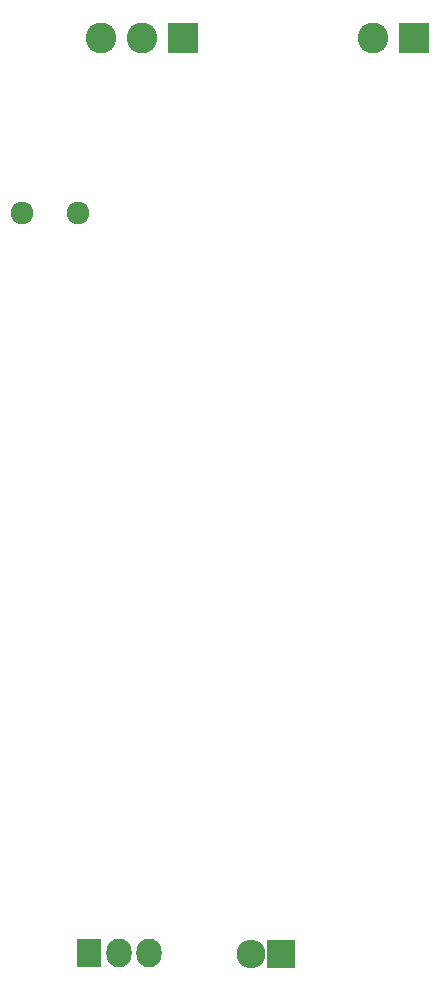
<source format=gbs>
G04 #@! TF.FileFunction,Soldermask,Bot*
%FSLAX46Y46*%
G04 Gerber Fmt 4.6, Leading zero omitted, Abs format (unit mm)*
G04 Created by KiCad (PCBNEW 4.0.1-stable) date 3/14/2016 2:44:03 AM*
%MOMM*%
G01*
G04 APERTURE LIST*
%ADD10C,0.100000*%
%ADD11R,2.600000X2.600000*%
%ADD12C,2.600000*%
%ADD13C,1.924000*%
%ADD14R,2.127200X2.432000*%
%ADD15O,2.127200X2.432000*%
%ADD16R,2.432000X2.432000*%
%ADD17O,2.432000X2.432000*%
G04 APERTURE END LIST*
D10*
D11*
X164688400Y-67157600D03*
D12*
X161188400Y-67157600D03*
D11*
X145155800Y-67157600D03*
D12*
X141655800Y-67157600D03*
X138155800Y-67157600D03*
D13*
X131495800Y-81965800D03*
X136245800Y-81965800D03*
D14*
X137210800Y-144627600D03*
D15*
X139750800Y-144627600D03*
X142290800Y-144627600D03*
D16*
X153466800Y-144678400D03*
D17*
X150926800Y-144678400D03*
M02*

</source>
